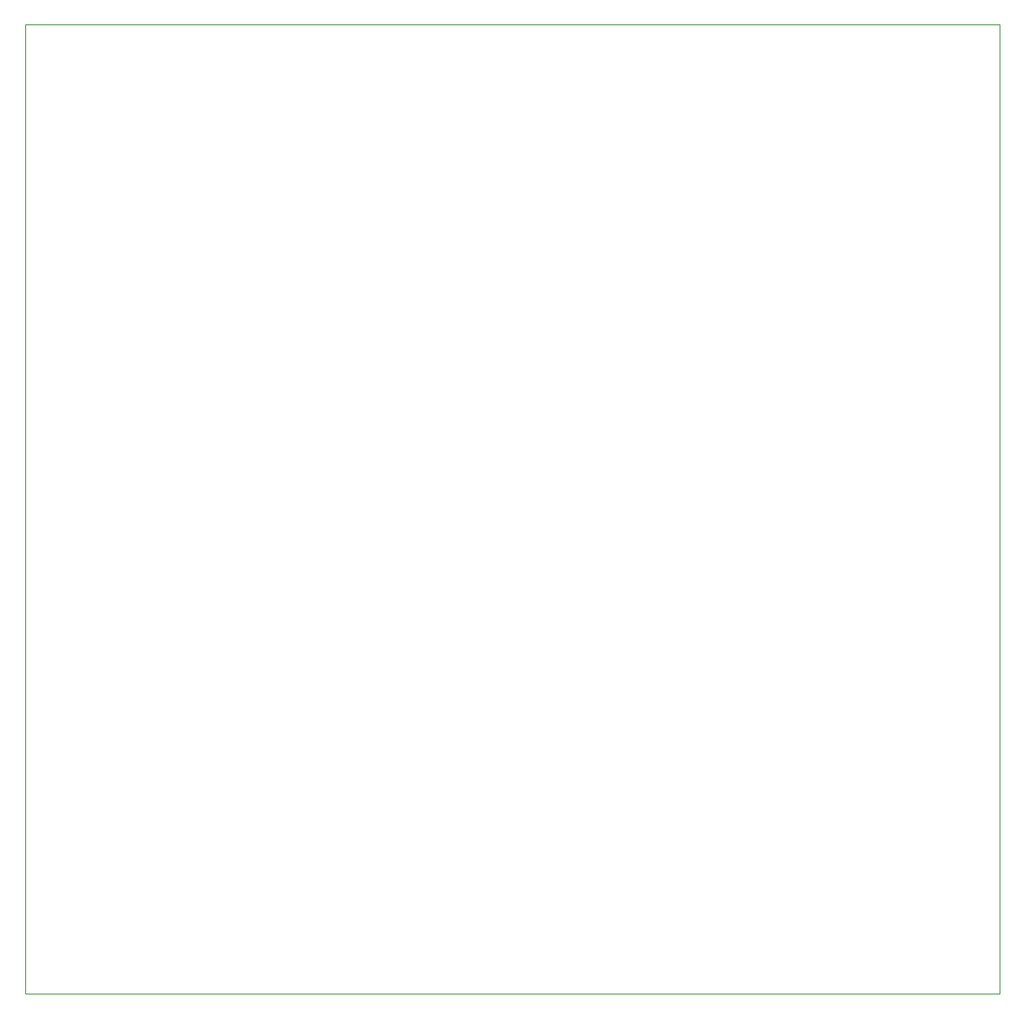
<source format=gm1>
G04 #@! TF.GenerationSoftware,KiCad,Pcbnew,8.0.8*
G04 #@! TF.CreationDate,2025-01-30T15:17:17-05:00*
G04 #@! TF.ProjectId,FORWARD-PCB,464f5257-4152-4442-9d50-43422e6b6963,rev?*
G04 #@! TF.SameCoordinates,Original*
G04 #@! TF.FileFunction,Profile,NP*
%FSLAX46Y46*%
G04 Gerber Fmt 4.6, Leading zero omitted, Abs format (unit mm)*
G04 Created by KiCad (PCBNEW 8.0.8) date 2025-01-30 15:17:17*
%MOMM*%
%LPD*%
G01*
G04 APERTURE LIST*
G04 #@! TA.AperFunction,Profile*
%ADD10C,0.100000*%
G04 #@! TD*
G04 APERTURE END LIST*
D10*
X101500000Y-48500000D02*
X199500000Y-48500000D01*
X199500000Y-146000000D01*
X101500000Y-146000000D01*
X101500000Y-48500000D01*
M02*

</source>
